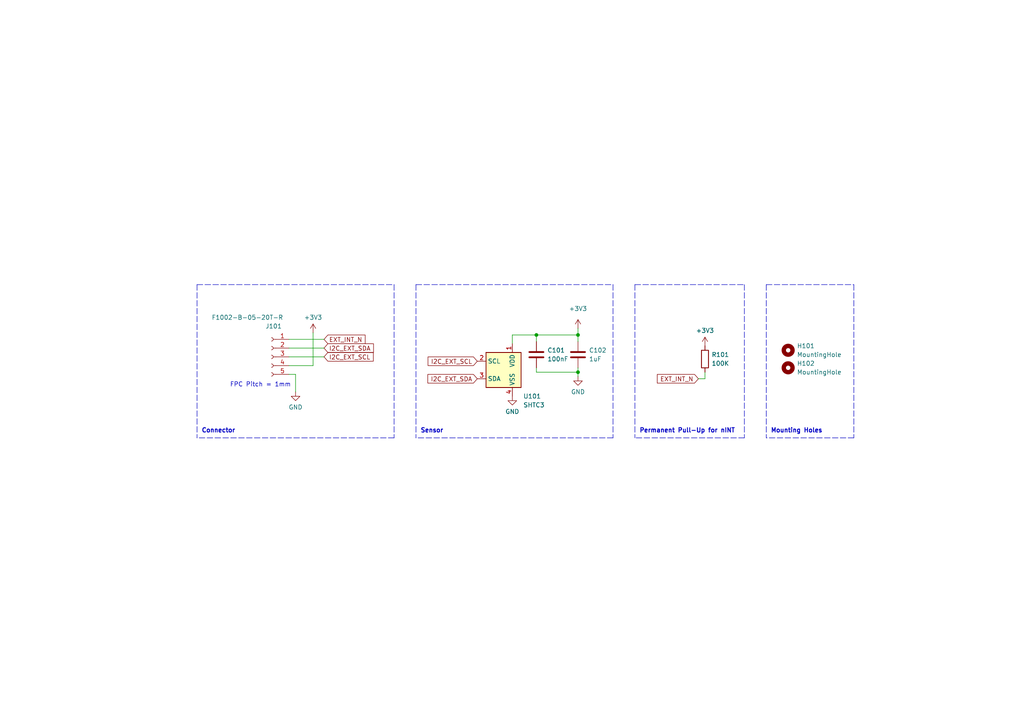
<source format=kicad_sch>
(kicad_sch (version 20211123) (generator eeschema)
  (paper "A4")
  (lib_symbols
    (symbol "Connector:Conn_01x05_Female" (pin_names (offset 1.016) hide)
      (property "Reference" "J" (at 0 7.62 0))
      (property "Value" "Conn_01x05_Female" (at 0 -7.62 0))
      (symbol "Conn_01x05_Female_1_1"
        (arc (start 0 -4.572) (mid -0.508 -5.08) (end 0 -5.588) (stroke (width 0.1524)))
        (arc (start 0 -2.032) (mid -0.508 -2.54) (end 0 -3.048) (stroke (width 0.1524)))
        (polyline (pts (xy -1.27 -5.08) (xy -0.508 -5.08)) (stroke (width 0.1524)))
        (polyline (pts (xy -1.27 -2.54) (xy -0.508 -2.54)) (stroke (width 0.1524)))
        (polyline (pts (xy -1.27 0) (xy -0.508 0)) (stroke (width 0.1524)))
        (polyline (pts (xy -1.27 2.54) (xy -0.508 2.54)) (stroke (width 0.1524)))
        (polyline (pts (xy -1.27 5.08) (xy -0.508 5.08)) (stroke (width 0.1524)))
        (arc (start 0 0.508) (mid -0.508 0) (end 0 -0.508) (stroke (width 0.1524)))
        (arc (start 0 3.048) (mid -0.508 2.54) (end 0 2.032) (stroke (width 0.1524)))
        (arc (start 0 5.588) (mid -0.508 5.08) (end 0 4.572) (stroke (width 0.1524)))
        (pin passive line (at -5.08 5.08 0) (length 3.81) (name "Pin_1") (number "1"))
        (pin passive line (at -5.08 2.54 0) (length 3.81) (name "Pin_2") (number "2"))
        (pin passive line (at -5.08 0 0) (length 3.81) (name "Pin_3") (number "3"))
        (pin passive line (at -5.08 -2.54 0) (length 3.81) (name "Pin_4") (number "4"))
        (pin passive line (at -5.08 -5.08 0) (length 3.81) (name "Pin_5") (number "5"))
      )
    )
    (symbol "Device:C" (pin_numbers hide) (pin_names (offset 0.254))
      (property "Reference" "C" (at 0.635 2.54 0))
      (property "Value" "C" (at 0.635 -2.54 0))
      (symbol "C_0_1"
        (polyline (pts (xy -2.032 -0.762) (xy 2.032 -0.762)) (stroke (width 0.508)))
        (polyline (pts (xy -2.032 0.762) (xy 2.032 0.762)) (stroke (width 0.508)))
      )
      (symbol "C_1_1"
        (pin passive line (at 0 3.81 270) (length 2.794) (name "~") (number "1"))
        (pin passive line (at 0 -3.81 90) (length 2.794) (name "~") (number "2"))
      )
    )
    (symbol "Device:R" (pin_numbers hide) (pin_names (offset 0))
      (property "Reference" "R" (at 2.032 0 90))
      (property "Value" "R" (at 0 0 90))
      (symbol "R_0_1"
        (rectangle (start -1.016 -2.54) (end 1.016 2.54) (stroke (width 0.254)))
      )
      (symbol "R_1_1"
        (pin passive line (at 0 3.81 270) (length 1.27) (name "~") (number "1"))
        (pin passive line (at 0 -3.81 90) (length 1.27) (name "~") (number "2"))
      )
    )
    (symbol "Mechanical:MountingHole" (pin_names (offset 1.016))
      (property "Reference" "H" (at 0 5.08 0))
      (property "Value" "MountingHole" (at 0 3.175 0))
      (symbol "MountingHole_0_1"
        (circle (center 0 0) (radius 1.27) (stroke (width 1.27)))
      )
    )
    (symbol "Sensor_Humidity:SHTC3"
      (property "Reference" "U" (at -3.81 6.35 0))
      (property "Value" "SHTC3" (at -2.54 -6.35 0))
      (symbol "SHTC3_1_1"
        (rectangle (start -5.08 5.08) (end 5.08 -5.08) (stroke (width 0.254)) (fill (type background)))
        (pin power_in line (at 2.54 7.62 270) (length 2.54) (name "VDD") (number "1"))
        (pin input line (at -7.62 2.54 0) (length 2.54) (name "SCL") (number "2"))
        (pin bidirectional line (at -7.62 -2.54 0) (length 2.54) (name "SDA") (number "3"))
        (pin power_in line (at 2.54 -7.62 90) (length 2.54) (name "VSS") (number "4"))
        (pin no_connect line (at 5.08 0 180) (length 2.54) hide (name "NC") (number "5"))
      )
    )
    (symbol "power:+3V3" (power) (pin_names (offset 0))
      (property "Value" "+3V3" (at 0 3.556 0))
      (symbol "+3V3_0_1"
        (polyline (pts (xy -0.762 1.27) (xy 0 2.54)))
        (polyline (pts (xy 0 0) (xy 0 2.54)))
        (polyline (pts (xy 0 2.54) (xy 0.762 1.27)))
      )
      (symbol "+3V3_1_1"
        (pin power_in line (at 0 0 90) (length 0) hide (name "+3V3") (number "1"))
      )
    )
    (symbol "power:GND" (power) (pin_names (offset 0))
      (property "Value" "GND" (at 0 -3.81 0))
      (symbol "GND_0_1"
        (polyline (pts (xy 0 0) (xy 0 -1.27) (xy 1.27 -1.27) (xy 0 -2.54) (xy -1.27 -1.27) (xy 0 -1.27)))
      )
      (symbol "GND_1_1"
        (pin power_in line (at 0 0 270) (length 0) hide (name "GND") (number "1"))
      )
    )
  )
  (junction (at 167.64 107.95))
  (junction (at 167.64 97.155))
  (junction (at 155.575 97.155))
  (polyline (pts (xy 184.15 82.55) (xy 184.15 127)))
  (wire (pts (xy 155.575 97.155) (xy 167.64 97.155)))
  (wire (pts (xy 83.82 98.425) (xy 93.98 98.425)))
  (polyline (pts (xy 215.9 82.55) (xy 215.9 127)))
  (polyline (pts (xy 114.3 82.55) (xy 114.3 127)))
  (polyline (pts (xy 57.15 82.55) (xy 114.3 82.55)))
  (polyline (pts (xy 120.65 82.55) (xy 177.8 82.55)))
  (polyline (pts (xy 177.8 82.55) (xy 177.8 127)))
  (polyline (pts (xy 120.65 82.55) (xy 120.65 127)))
  (wire (pts (xy 167.64 95.25) (xy 167.64 97.155)))
  (polyline (pts (xy 222.25 82.55) (xy 222.25 127)))
  (wire (pts (xy 155.575 97.155) (xy 155.575 99.06)))
  (wire (pts (xy 83.82 106.045) (xy 90.805 106.045)))
  (wire (pts (xy 167.64 107.95) (xy 155.575 107.95)))
  (wire (pts (xy 83.82 103.505) (xy 93.98 103.505)))
  (polyline (pts (xy 177.8 127) (xy 120.65 127)))
  (polyline (pts (xy 184.15 82.55) (xy 215.9 82.55)))
  (wire (pts (xy 167.64 107.95) (xy 167.64 109.22)))
  (wire (pts (xy 83.82 100.965) (xy 93.98 100.965)))
  (polyline (pts (xy 57.15 82.55) (xy 57.15 127)))
  (wire (pts (xy 167.64 97.155) (xy 167.64 99.06)))
  (polyline (pts (xy 114.3 127) (xy 57.15 127)))
  (wire (pts (xy 90.805 96.52) (xy 90.805 106.045)))
  (wire (pts (xy 204.47 107.95) (xy 204.47 109.855)))
  (wire (pts (xy 202.565 109.855) (xy 204.47 109.855)))
  (polyline (pts (xy 215.9 127) (xy 184.15 127)))
  (polyline (pts (xy 222.25 82.55) (xy 247.65 82.55)))
  (polyline (pts (xy 247.65 82.55) (xy 247.65 127)))
  (wire (pts (xy 148.59 97.155) (xy 155.575 97.155)))
  (wire (pts (xy 148.59 97.155) (xy 148.59 99.695)))
  (wire (pts (xy 85.725 108.585) (xy 83.82 108.585)))
  (wire (pts (xy 167.64 106.68) (xy 167.64 107.95)))
  (polyline (pts (xy 247.65 127) (xy 222.25 127)))
  (wire (pts (xy 85.725 108.585) (xy 85.725 113.665)))
  (wire (pts (xy 155.575 107.95) (xy 155.575 106.68)))
  (text "Mounting Holes" (at 223.52 125.73 0) (effects (font (size 1.27 1.27) (thickness 0.254) bold) (justify left bottom)))
  (text "Connector" (at 58.42 125.73 0) (effects (font (size 1.27 1.27) (thickness 0.254) bold) (justify left bottom)))
  (text "Sensor" (at 121.92 125.73 0) (effects (font (size 1.27 1.27) (thickness 0.254) bold) (justify left bottom)))
  (text "FPC Pitch = 1mm" (at 66.675 112.395 0) (effects (font (size 1.27 1.27)) (justify left bottom)))
  (text "Permanent Pull-Up for nINT" (at 185.42 125.73 0) (effects (font (size 1.27 1.27) (thickness 0.254) bold) (justify left bottom)))
  (global_label "I2C_EXT_SDA" (shape input) (at 93.98 100.965 0) (property "Intersheet References" "${INTERSHEET_REFS}" (effects hide)))
  (global_label "I2C_EXT_SDA" (shape input) (at 138.43 109.855 180) (property "Intersheet References" "${INTERSHEET_REFS}" (effects hide)))
  (global_label "I2C_EXT_SCL" (shape input) (at 138.43 104.775 180) (property "Intersheet References" "${INTERSHEET_REFS}" (effects hide)))
  (global_label "EXT_INT_N" (shape input) (at 202.565 109.855 180) (property "Intersheet References" "${INTERSHEET_REFS}" (effects hide)))
  (global_label "EXT_INT_N" (shape input) (at 93.98 98.425 0) (property "Intersheet References" "${INTERSHEET_REFS}" (effects hide)))
  (global_label "I2C_EXT_SCL" (shape input) (at 93.98 103.505 0) (property "Intersheet References" "${INTERSHEET_REFS}" (effects hide)))
  (symbol (lib_id "power:GND") (at 85.725 113.665 0) (unit 1)
    (property "Reference" "#PWR0105" (effects hide))
    (property "Value" "GND" (at 85.725 118.11 0))
  )
  (symbol (lib_id "power:+3V3") (at 204.47 100.33 0) (unit 1)
    (property "Reference" "#PWR0103" (effects hide))
    (property "Value" "+3V3" (at 204.47 95.885 0))
  )
  (symbol (lib_id "power:+3V3") (at 167.64 95.25 0) (unit 1)
    (property "Reference" "#PWR0101" (effects hide))
    (property "Value" "+3V3" (at 167.64 89.535 0))
  )
  (symbol (lib_id "power:GND") (at 167.64 109.22 0) (unit 1)
    (property "Reference" "#PWR0104" (effects hide))
    (property "Value" "GND" (at 167.64 113.665 0))
  )
  (symbol (lib_id "Device:R") (at 204.47 104.14 180) (unit 1)
    (property "Reference" "R101" (at 206.375 102.87 0) (effects (justify right)))
    (property "Value" "100K" (at 206.375 105.41 0) (effects (justify right)))
    (property "Footprint" "Resistor_SMD:R_0402_1005Metric" (effects hide))
    (property "LCSC" "C25741" (effects hide))
  )
  (symbol (lib_id "Connector:Conn_01x05_Female") (at 78.74 103.505 0) (mirror y) (unit 1)
    (property "Reference" "J101" (at 79.375 94.615 0))
    (property "Value" "F1002-B-05-20T-R" (at 71.755 92.075 0))
    (property "Footprint" "fancontroller:F1002-B-05-20T-R" (effects hide))
    (property "Datasheet" "https://datasheet.lcsc.com/lcsc/2205181716_XFCN-F1002-B-05-20T-R_C3015089.pdf" (effects hide))
    (property "LCSC" "C3015089" (effects hide))
  )
  (symbol (lib_id "Device:C") (at 155.575 102.87 0) (unit 1)
    (property "Reference" "C101" (at 158.75 101.5999 0) (effects (justify left)))
    (property "Value" "100nF" (at 158.75 104.1399 0) (effects (justify left)))
    (property "Footprint" "Capacitor_SMD:C_0402_1005Metric" (effects hide))
    (property "LCSC" "C307331" (effects hide))
  )
  (symbol (lib_id "power:+3V3") (at 90.805 96.52 0) (unit 1)
    (property "Reference" "#PWR0102" (effects hide))
    (property "Value" "+3V3" (at 90.805 92.075 0))
  )
  (symbol (lib_id "power:GND") (at 148.59 114.935 0) (unit 1)
    (property "Reference" "#PWR0106" (effects hide))
    (property "Value" "GND" (at 148.59 119.38 0))
  )
  (symbol (lib_id "Mechanical:MountingHole") (at 228.6 101.6 0) (unit 1) (in_bom no)
    (property "Reference" "H101" (at 231.14 100.3299 0) (effects (justify left)))
    (property "Value" "MountingHole" (at 231.14 102.8699 0) (effects (justify left)))
    (property "Footprint" "MountingHole:MountingHole_2.2mm_M2" (effects hide))
  )
  (symbol (lib_id "Sensor_Humidity:SHTC3") (at 146.05 107.315 0) (unit 1)
    (property "Reference" "U101" (at 151.765 114.935 0) (effects (justify left)))
    (property "Value" "SHTC3" (at 151.765 117.475 0) (effects (justify left)))
    (property "Footprint" "Sensor_Humidity:Sensirion_DFN-4-1EP_2x2mm_P1mm_EP0.7x1.6mm" (effects hide))
    (property "Datasheet" "https://www.sensirion.com/fileadmin/user_upload/customers/sensirion/Dokumente/0_Datasheets/Humidity/Sensirion_Humidity_Sensors_SHTC3_Datasheet.pdf" (effects hide))
  )
  (symbol (lib_id "Mechanical:MountingHole") (at 228.6 106.68 0) (unit 1) (in_bom no)
    (property "Reference" "H102" (at 231.14 105.4099 0) (effects (justify left)))
    (property "Value" "MountingHole" (at 231.14 107.9499 0) (effects (justify left)))
    (property "Footprint" "MountingHole:MountingHole_2.2mm_M2" (effects hide))
  )
  (symbol (lib_id "Device:C") (at 167.64 102.87 0) (unit 1)
    (property "Reference" "C102" (at 170.815 101.5999 0) (effects (justify left)))
    (property "Value" "1uF" (at 170.815 104.1399 0) (effects (justify left)))
    (property "Footprint" "Capacitor_SMD:C_0402_1005Metric" (effects hide))
    (property "LCSC" "C52923" (effects hide))
  )
)
</source>
